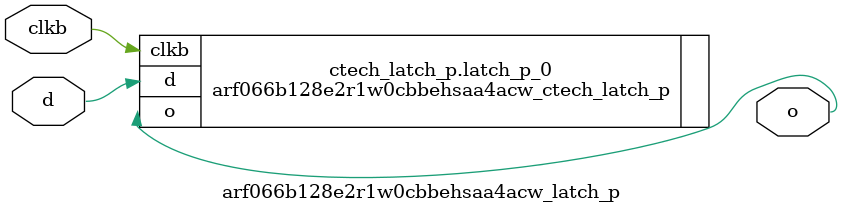
<source format=sv>

`ifndef ARF066B128E2R1W0CBBEHSAA4ACW_LATCH_P_SV
`define ARF066B128E2R1W0CBBEHSAA4ACW_LATCH_P_SV

module arf066b128e2r1w0cbbehsaa4acw_latch_p #
(
  parameter CTECH = 1
)
(
  output logic o,
  input  logic d,
  input  logic clkb
);

  if (CTECH == 1) begin: ctech_latch_p
    arf066b128e2r1w0cbbehsaa4acw_ctech_latch_p latch_p_0 (.o(o),.d(d),.clkb(clkb));
  end
  else begin
    always_latch begin
      if (~clkb) begin
        o <= d;
      end
    end
  end

endmodule // arf066b128e2r1w0cbbehsaa4acw_latch_p

`endif // ARF066B128E2R1W0CBBEHSAA4ACW_LATCH_P_SV
</source>
